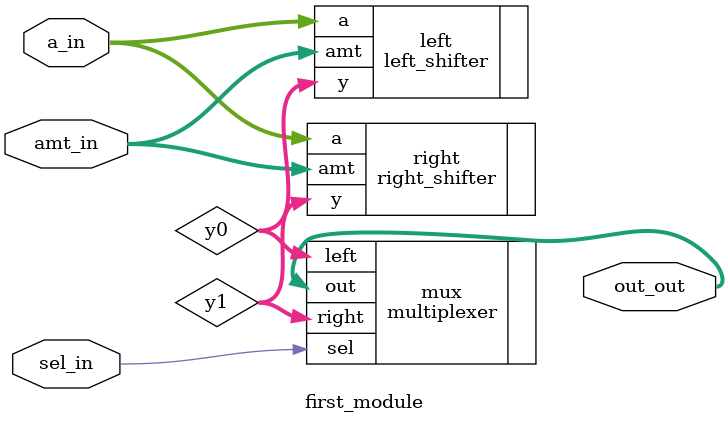
<source format=v>
`timescale 1ns / 1ps
module first_module
	(
	input wire [7:0] a_in,
	input wire [2:0] amt_in,
	input wire sel_in,
	output wire [7:0] out_out
	);

	wire [7:0] y0, y1;
	 
	// instantiate left_shifter
	left_shifter left
		(.a(a_in), .amt(amt_in), .y(y0));
	// instantiate right_shifter
	right_shifter right
		(.a(a_in), .amt(amt_in), .y(y1));
	//instantiate multiplexer
	 multiplexer mux
		(.left(y0), .right(y1), .sel(sel_in), .out(out_out));
	 
endmodule

</source>
